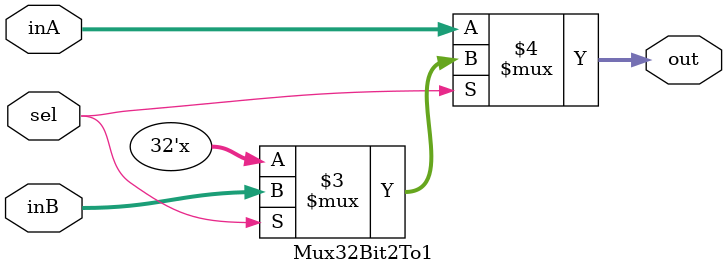
<source format=v>
`timescale 1ns / 1ps


module Mux32Bit2To1(out, inA, inB, sel);

    output [31:0] out;
    
    input [31:0] inA;
    input [31:0] inB;
    input sel;

    /* Fill in the implementation here ... */ 
    
    //If sel is 0, out = inA; if sel is 1, out = inB
    assign out = (sel == 0) ? inA :
                 (sel == 1) ? inB :
                 32'bX;

endmodule

</source>
